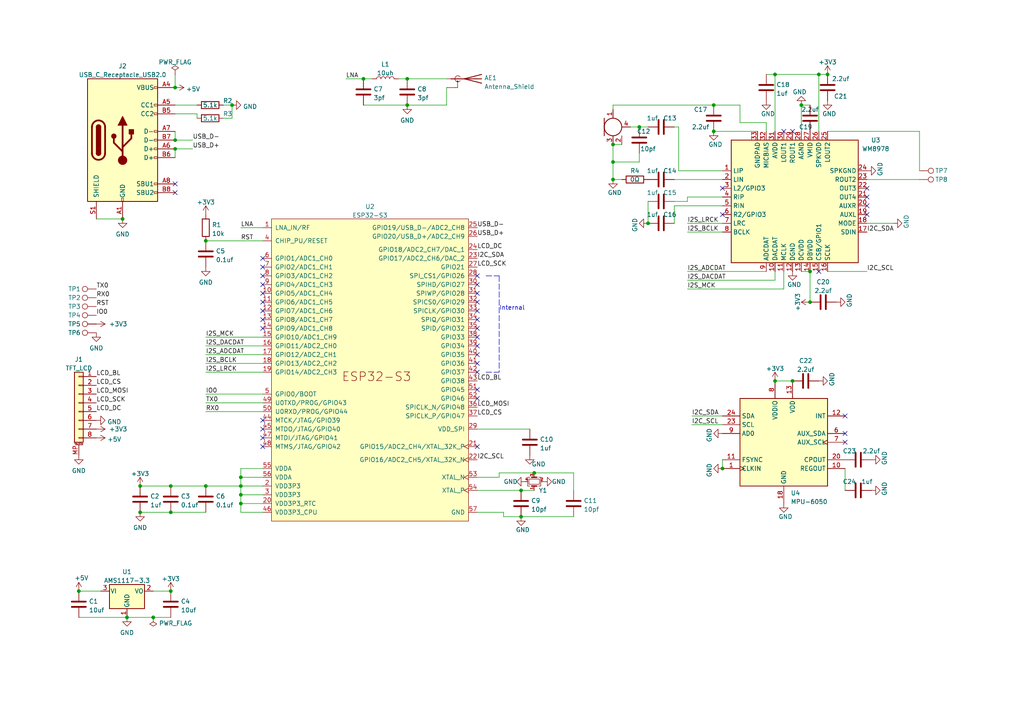
<source format=kicad_sch>
(kicad_sch (version 20211123) (generator eeschema)
  (paper "A4")
  (title_block (title "main-board") (date "2022-05-28") (rev "V1.0"))
  (lib_symbols
    (symbol "Connector:TestPoint" (pin_numbers hide) (pin_names (offset 0.762) hide)
      (property "Reference" "TP" (at 0 6.858 0))
      (property "Value" "TestPoint" (at 0 5.08 0))
      (symbol "TestPoint_0_1"
        (circle (center 0 3.302) (radius 0.762))
      )
      (symbol "TestPoint_1_1"
        (pin passive line (at 0 0 90) (length 2.54) (name "1") (number "1"))
      )
    )
    (symbol "Connector:USB_C_Receptacle_USB2.0" (pin_names (offset 1.016))
      (property "Reference" "J" (at -10.16 19.05 0))
      (property "Value" "USB_C_Receptacle_USB2.0" (at 19.05 19.05 0))
      (symbol "USB_C_Receptacle_USB2.0_0_0"
        (rectangle (start -0.254 -17.78) (end 0.254 -16.764))
        (rectangle (start 10.16 -14.986) (end 9.144 -15.494))
        (rectangle (start 10.16 -12.446) (end 9.144 -12.954))
        (rectangle (start 10.16 -4.826) (end 9.144 -5.334))
        (rectangle (start 10.16 -2.286) (end 9.144 -2.794))
        (rectangle (start 10.16 0.254) (end 9.144 -0.254))
        (rectangle (start 10.16 2.794) (end 9.144 2.286))
        (rectangle (start 10.16 7.874) (end 9.144 7.366))
        (rectangle (start 10.16 10.414) (end 9.144 9.906))
        (rectangle (start 10.16 15.494) (end 9.144 14.986))
      )
      (symbol "USB_C_Receptacle_USB2.0_0_1"
        (rectangle (start -10.16 17.78) (end 10.16 -17.78) (stroke (width 0.254)) (fill (type background)))
        (arc (start -8.89 -3.81) (mid -6.985 -5.715) (end -5.08 -3.81) (stroke (width 0.508)))
        (arc (start -7.62 -3.81) (mid -6.985 -4.445) (end -6.35 -3.81) (stroke (width 0.254)))
        (arc (start -7.62 -3.81) (mid -6.985 -4.445) (end -6.35 -3.81) (stroke (width 0.254)) (fill (type outline)))
        (rectangle (start -7.62 -3.81) (end -6.35 3.81) (stroke (width 0.254)) (fill (type outline)))
        (arc (start -6.35 3.81) (mid -6.985 4.445) (end -7.62 3.81) (stroke (width 0.254)))
        (arc (start -6.35 3.81) (mid -6.985 4.445) (end -7.62 3.81) (stroke (width 0.254)) (fill (type outline)))
        (arc (start -5.08 3.81) (mid -6.985 5.715) (end -8.89 3.81) (stroke (width 0.508)))
        (circle (center -2.54 1.143) (radius 0.635) (stroke (width 0.254)) (fill (type outline)))
        (circle (center 0 -5.842) (radius 1.27) (fill (type outline)))
        (polyline (pts (xy -8.89 -3.81) (xy -8.89 3.81)) (stroke (width 0.508)))
        (polyline (pts (xy -5.08 3.81) (xy -5.08 -3.81)) (stroke (width 0.508)))
        (polyline (pts (xy 0 -5.842) (xy 0 4.318)) (stroke (width 0.508)))
        (polyline (pts (xy 0 -3.302) (xy -2.54 -0.762) (xy -2.54 0.508)) (stroke (width 0.508)))
        (polyline (pts (xy 0 -2.032) (xy 2.54 0.508) (xy 2.54 1.778)) (stroke (width 0.508)))
        (polyline (pts (xy -1.27 4.318) (xy 0 6.858) (xy 1.27 4.318) (xy -1.27 4.318)) (stroke (width 0.254)) (fill (type outline)))
        (rectangle (start 1.905 1.778) (end 3.175 3.048) (stroke (width 0.254)) (fill (type outline)))
      )
      (symbol "USB_C_Receptacle_USB2.0_1_1"
        (pin passive line (at 0 -22.86 90) (length 5.08) (name "GND") (number "A1"))
        (pin passive line (at 0 -22.86 90) (length 5.08) hide (name "GND") (number "A12"))
        (pin passive line (at 15.24 15.24 180) (length 5.08) (name "VBUS") (number "A4"))
        (pin bidirectional line (at 15.24 10.16 180) (length 5.08) (name "CC1") (number "A5"))
        (pin bidirectional line (at 15.24 -2.54 180) (length 5.08) (name "D+") (number "A6"))
        (pin bidirectional line (at 15.24 2.54 180) (length 5.08) (name "D-") (number "A7"))
        (pin bidirectional line (at 15.24 -12.7 180) (length 5.08) (name "SBU1") (number "A8"))
        (pin passive line (at 15.24 15.24 180) (length 5.08) hide (name "VBUS") (number "A9"))
        (pin passive line (at 0 -22.86 90) (length 5.08) hide (name "GND") (number "B1"))
        (pin passive line (at 0 -22.86 90) (length 5.08) hide (name "GND") (number "B12"))
        (pin passive line (at 15.24 15.24 180) (length 5.08) hide (name "VBUS") (number "B4"))
        (pin bidirectional line (at 15.24 7.62 180) (length 5.08) (name "CC2") (number "B5"))
        (pin bidirectional line (at 15.24 -5.08 180) (length 5.08) (name "D+") (number "B6"))
        (pin bidirectional line (at 15.24 0 180) (length 5.08) (name "D-") (number "B7"))
        (pin bidirectional line (at 15.24 -15.24 180) (length 5.08) (name "SBU2") (number "B8"))
        (pin passive line (at 15.24 15.24 180) (length 5.08) hide (name "VBUS") (number "B9"))
        (pin passive line (at -7.62 -22.86 90) (length 5.08) (name "SHIELD") (number "S1"))
      )
    )
    (symbol "Connector_Generic_MountingPin:Conn_01x08_MountingPin" (pin_names (offset 1.016) hide)
      (property "Reference" "J" (at 0 10.16 0))
      (property "Value" "Conn_01x08_MountingPin" (at 1.27 -12.7 0))
      (symbol "Conn_01x08_MountingPin_1_1"
        (rectangle (start -1.27 -10.033) (end 0 -10.287) (stroke (width 0.1524)))
        (rectangle (start -1.27 -7.493) (end 0 -7.747) (stroke (width 0.1524)))
        (rectangle (start -1.27 -4.953) (end 0 -5.207) (stroke (width 0.1524)))
        (rectangle (start -1.27 -2.413) (end 0 -2.667) (stroke (width 0.1524)))
        (rectangle (start -1.27 0.127) (end 0 -0.127) (stroke (width 0.1524)))
        (rectangle (start -1.27 2.667) (end 0 2.413) (stroke (width 0.1524)))
        (rectangle (start -1.27 5.207) (end 0 4.953) (stroke (width 0.1524)))
        (rectangle (start -1.27 7.747) (end 0 7.493) (stroke (width 0.1524)))
        (rectangle (start -1.27 8.89) (end 1.27 -11.43) (stroke (width 0.254)) (fill (type background)))
        (polyline (pts (xy -1.016 -12.192) (xy 1.016 -12.192)) (stroke (width 0.1524)))
        (text "Mounting" (at 0 -11.811 0) (effects (font (size 0.381 0.381))))
        (pin passive line (at -5.08 7.62 0) (length 3.81) (name "Pin_1") (number "1"))
        (pin passive line (at -5.08 5.08 0) (length 3.81) (name "Pin_2") (number "2"))
        (pin passive line (at -5.08 2.54 0) (length 3.81) (name "Pin_3") (number "3"))
        (pin passive line (at -5.08 0 0) (length 3.81) (name "Pin_4") (number "4"))
        (pin passive line (at -5.08 -2.54 0) (length 3.81) (name "Pin_5") (number "5"))
        (pin passive line (at -5.08 -5.08 0) (length 3.81) (name "Pin_6") (number "6"))
        (pin passive line (at -5.08 -7.62 0) (length 3.81) (name "Pin_7") (number "7"))
        (pin passive line (at -5.08 -10.16 0) (length 3.81) (name "Pin_8") (number "8"))
        (pin passive line (at 0 -15.24 90) (length 3.048) (name "MountPin") (number "MP"))
      )
    )
    (symbol "Device:Antenna_Shield" (pin_numbers hide) (pin_names (offset 1.016) hide)
      (property "Reference" "AE" (at -1.905 4.445 0))
      (property "Value" "Antenna_Shield" (at -1.905 2.54 0))
      (symbol "Antenna_Shield_0_1"
        (arc (start -0.508 -1.143) (mid -0.8429 -2.1194) (end 0 -2.667))
        (arc (start 0 -2.667) (mid 0.7989 -2.1052) (end 0.508 -1.143))
        (polyline (pts (xy 0 -2.54) (xy 0 0)))
        (polyline (pts (xy 0 5.08) (xy 0 -3.81)) (stroke (width 0.254)))
        (polyline (pts (xy 0.762 -1.905) (xy 2.54 -1.905)))
        (polyline (pts (xy 2.54 -2.54) (xy 2.54 -1.905)))
        (polyline (pts (xy 1.27 5.08) (xy 0 0) (xy -1.27 5.08)) (stroke (width 0.254)))
        (circle (center 0.762 -1.905) (radius 0.1778) (fill (type outline)))
      )
      (symbol "Antenna_Shield_1_1"
        (pin input line (at 0 -5.08 90) (length 2.54) (name "A") (number "1"))
        (pin input line (at 2.54 -5.08 90) (length 2.54) (name "Shield") (number "2"))
      )
    )
    (symbol "Device:C" (pin_numbers hide) (pin_names (offset 0.254))
      (property "Reference" "C" (at 0.635 2.54 0))
      (property "Value" "C" (at 0.635 -2.54 0))
      (symbol "C_0_1"
        (polyline (pts (xy -2.032 -0.762) (xy 2.032 -0.762)) (stroke (width 0.508)))
        (polyline (pts (xy -2.032 0.762) (xy 2.032 0.762)) (stroke (width 0.508)))
      )
      (symbol "C_1_1"
        (pin passive line (at 0 3.81 270) (length 2.794) (name "~") (number "1"))
        (pin passive line (at 0 -3.81 90) (length 2.794) (name "~") (number "2"))
      )
    )
    (symbol "Device:Crystal_GND24_Small" (pin_names (offset 1.016) hide)
      (property "Reference" "Y" (at 1.27 4.445 0))
      (property "Value" "Crystal_GND24_Small" (at 1.27 2.54 0))
      (symbol "Crystal_GND24_Small_0_1"
        (rectangle (start -0.762 -1.524) (end 0.762 1.524))
        (polyline (pts (xy -1.27 -0.762) (xy -1.27 0.762)) (stroke (width 0.381)))
        (polyline (pts (xy 1.27 -0.762) (xy 1.27 0.762)) (stroke (width 0.381)))
        (polyline (pts (xy -1.27 -1.27) (xy -1.27 -1.905) (xy 1.27 -1.905) (xy 1.27 -1.27)))
        (polyline (pts (xy -1.27 1.27) (xy -1.27 1.905) (xy 1.27 1.905) (xy 1.27 1.27)))
      )
      (symbol "Crystal_GND24_Small_1_1"
        (pin passive line (at -2.54 0 0) (length 1.27) (name "1") (number "1"))
        (pin passive line (at 0 -2.54 90) (length 0.635) (name "2") (number "2"))
        (pin passive line (at 2.54 0 180) (length 1.27) (name "3") (number "3"))
        (pin passive line (at 0 2.54 270) (length 0.635) (name "4") (number "4"))
      )
    )
    (symbol "Device:L" (pin_numbers hide) (pin_names (offset 1.016) hide)
      (property "Reference" "L" (at -1.27 0 90))
      (property "Value" "L" (at 1.905 0 90))
      (symbol "L_0_1"
        (arc (start 0 -2.54) (mid 0.635 -1.905) (end 0 -1.27))
        (arc (start 0 -1.27) (mid 0.635 -0.635) (end 0 0))
        (arc (start 0 0) (mid 0.635 0.635) (end 0 1.27))
        (arc (start 0 1.27) (mid 0.635 1.905) (end 0 2.54))
      )
      (symbol "L_1_1"
        (pin passive line (at 0 3.81 270) (length 1.27) (name "1") (number "1"))
        (pin passive line (at 0 -3.81 90) (length 1.27) (name "2") (number "2"))
      )
    )
    (symbol "Device:R" (pin_numbers hide) (pin_names (offset 0))
      (property "Reference" "R" (at 2.032 0 90))
      (property "Value" "R" (at 0 0 90))
      (symbol "R_0_1"
        (rectangle (start -1.016 -2.54) (end 1.016 2.54) (stroke (width 0.254)))
      )
      (symbol "R_1_1"
        (pin passive line (at 0 3.81 270) (length 1.27) (name "~") (number "1"))
        (pin passive line (at 0 -3.81 90) (length 1.27) (name "~") (number "2"))
      )
    )
    (symbol "Espressif:ESP32-S3" (pin_names (offset 1.016))
      (property "Reference" "U" (at 0 46.99 0))
      (property "Value" "ESP32-S3" (at 0 -43.18 0))
      (symbol "ESP32-S3_0_0"
        (text "ESP32-S3" (at 1.27 0 0) (effects (font (size 2.54 2.54))))
        (pin bidirectional line (at 30.48 -8.89 180) (length 2.54) (name "SPICLK_N/GPIO48") (number "36"))
        (pin bidirectional line (at 30.48 -11.43 180) (length 2.54) (name "SPICLK_P/GPIO47") (number "37"))
      )
      (symbol "ESP32-S3_0_1"
        (rectangle (start -29.21 45.72) (end 27.94 -41.91) (fill (type background)))
      )
      (symbol "ESP32-S3_1_1"
        (pin bidirectional line (at -31.75 43.18 0) (length 2.54) (name "LNA_IN/RF") (number "1"))
        (pin bidirectional line (at -31.75 24.13 0) (length 2.54) (name "GPIO5/ADC1_CH4") (number "10"))
        (pin bidirectional line (at -31.75 21.59 0) (length 2.54) (name "GPIO6/ADC1_CH5") (number "11"))
        (pin bidirectional line (at -31.75 19.05 0) (length 2.54) (name "GPIO7/ADC1_CH6") (number "12"))
        (pin bidirectional line (at -31.75 16.51 0) (length 2.54) (name "GPIO8/ADC1_CH7") (number "13"))
        (pin bidirectional line (at -31.75 13.97 0) (length 2.54) (name "GPIO9/ADC1_CH8") (number "14"))
        (pin bidirectional line (at -31.75 11.43 0) (length 2.54) (name "GPIO10/ADC1_CH9") (number "15"))
        (pin bidirectional line (at -31.75 8.89 0) (length 2.54) (name "GPIO11/ADC2_CH0") (number "16"))
        (pin bidirectional line (at -31.75 6.35 0) (length 2.54) (name "GPIO12/ADC2_CH1") (number "17"))
        (pin bidirectional line (at -31.75 3.81 0) (length 2.54) (name "GPIO13/ADC2_CH2") (number "18"))
        (pin bidirectional line (at -31.75 1.27 0) (length 2.54) (name "GPIO14/ADC2_CH3") (number "19"))
        (pin power_in line (at -31.75 -31.75 0) (length 2.54) (name "VDD3P3") (number "2"))
        (pin power_in line (at -31.75 -36.83 0) (length 2.54) (name "VDD3P3_RTC") (number "20"))
        (pin input clock (at 30.48 -20.32 180) (length 2.54) (name "GPIO15/ADC2_CH4/XTAL_32K_P") (number "21"))
        (pin output clock (at 30.48 -24.13 180) (length 2.54) (name "GPIO16/ADC2_CH5/XTAL_32K_N") (number "22"))
        (pin bidirectional line (at 30.48 34.29 180) (length 2.54) (name "GPIO17/ADC2_CH6/DAC_2") (number "23"))
        (pin bidirectional line (at 30.48 36.83 180) (length 2.54) (name "GPIO18/ADC2_CH7/DAC_1") (number "24"))
        (pin bidirectional line (at 30.48 43.18 180) (length 2.54) (name "GPIO19/USB_D-/ADC2_CH8") (number "25"))
        (pin bidirectional line (at 30.48 40.64 180) (length 2.54) (name "GPIO20/USB_D+/ADC2_CH9") (number "26"))
        (pin bidirectional line (at 30.48 31.75 180) (length 2.54) (name "GPIO21") (number "27"))
        (pin bidirectional line (at 30.48 29.21 180) (length 2.54) (name "SPI_CS1/GPIO26") (number "28"))
        (pin power_out line (at 30.48 -15.24 180) (length 2.54) (name "VDD_SPI") (number "29"))
        (pin power_in line (at -31.75 -34.29 0) (length 2.54) (name "VDD3P3") (number "3"))
        (pin bidirectional line (at 30.48 26.67 180) (length 2.54) (name "SPIHD/GPIO27") (number "30"))
        (pin bidirectional line (at 30.48 24.13 180) (length 2.54) (name "SPIWP/GPIO28") (number "31"))
        (pin bidirectional line (at 30.48 21.59 180) (length 2.54) (name "SPICS0/GPIO29") (number "32"))
        (pin bidirectional line (at 30.48 19.05 180) (length 2.54) (name "SPICLK/GPIO30") (number "33"))
        (pin bidirectional line (at 30.48 16.51 180) (length 2.54) (name "SPIQ/GPIO31") (number "34"))
        (pin bidirectional line (at 30.48 13.97 180) (length 2.54) (name "SPID/GPIO32") (number "35"))
        (pin bidirectional line (at 30.48 11.43 180) (length 2.54) (name "GPIO33") (number "38"))
        (pin bidirectional line (at 30.48 8.89 180) (length 2.54) (name "GPIO34") (number "39"))
        (pin input line (at -31.75 39.37 0) (length 2.54) (name "CHIP_PU/RESET") (number "4"))
        (pin bidirectional line (at 30.48 6.35 180) (length 2.54) (name "GPIO35") (number "40"))
        (pin bidirectional line (at 30.48 3.81 180) (length 2.54) (name "GPIO36") (number "41"))
        (pin bidirectional line (at 30.48 1.27 180) (length 2.54) (name "GPIO37") (number "42"))
        (pin bidirectional line (at 30.48 -1.27 180) (length 2.54) (name "GPIO38") (number "43"))
        (pin bidirectional line (at -31.75 -12.7 0) (length 2.54) (name "MTCK/JTAG/GPIO39") (number "44"))
        (pin bidirectional line (at -31.75 -15.24 0) (length 2.54) (name "MTDO/JTAG/GPIO40") (number "45"))
        (pin power_in line (at -31.75 -39.37 0) (length 2.54) (name "VDD3P3_CPU") (number "46"))
        (pin bidirectional line (at -31.75 -17.78 0) (length 2.54) (name "MTDI/JTAG/GPIO41") (number "47"))
        (pin bidirectional line (at -31.75 -20.32 0) (length 2.54) (name "MTMS/JTAG/GPIO42") (number "48"))
        (pin bidirectional line (at -31.75 -7.62 0) (length 2.54) (name "U0TXD/PROG/GPIO43") (number "49"))
        (pin bidirectional line (at -31.75 -5.08 0) (length 2.54) (name "GPIO0/BOOT") (number "5"))
        (pin bidirectional line (at -31.75 -10.16 0) (length 2.54) (name "U0RXD/PROG/GPIO44") (number "50"))
        (pin bidirectional line (at 30.48 -3.81 180) (length 2.54) (name "GPIO45") (number "51"))
        (pin bidirectional line (at 30.48 -6.35 180) (length 2.54) (name "GPIO46") (number "52"))
        (pin input clock (at 30.48 -29.21 180) (length 2.54) (name "XTAL_N") (number "53"))
        (pin output clock (at 30.48 -33.02 180) (length 2.54) (name "XTAL_P") (number "54"))
        (pin power_in line (at -31.75 -26.67 0) (length 2.54) (name "VDDA") (number "55"))
        (pin power_in line (at -31.75 -29.21 0) (length 2.54) (name "VDDA") (number "56"))
        (pin power_in line (at 30.48 -39.37 180) (length 2.54) (name "GND") (number "57"))
        (pin bidirectional line (at -31.75 34.29 0) (length 2.54) (name "GPIO1/ADC1_CH0") (number "6"))
        (pin bidirectional line (at -31.75 31.75 0) (length 2.54) (name "GPIO2/ADC1_CH1") (number "7"))
        (pin bidirectional line (at -31.75 29.21 0) (length 2.54) (name "GPIO3/ADC1_CH2") (number "8"))
        (pin bidirectional line (at -31.75 26.67 0) (length 2.54) (name "GPIO4/ADC1_CH3") (number "9"))
      )
    )
    (symbol "Regulator_Linear:AMS1117-3.3" (pin_names (offset 0.254))
      (property "Reference" "U" (at -3.81 3.175 0))
      (property "Value" "AMS1117-3.3" (at 0 3.175 0))
      (symbol "AMS1117-3.3_0_1"
        (rectangle (start -5.08 -5.08) (end 5.08 1.905) (stroke (width 0.254)) (fill (type background)))
      )
      (symbol "AMS1117-3.3_1_1"
        (pin power_in line (at 0 -7.62 90) (length 2.54) (name "GND") (number "1"))
        (pin power_out line (at 7.62 0 180) (length 2.54) (name "VO") (number "2"))
        (pin power_in line (at -7.62 0 0) (length 2.54) (name "VI") (number "3"))
      )
    )
    (symbol "Sensor_Motion:MPU-6050"
      (property "Reference" "U" (at -11.43 13.97 0))
      (property "Value" "MPU-6050" (at 7.62 -13.97 0))
      (symbol "MPU-6050_0_1"
        (rectangle (start -12.7 12.7) (end 12.7 -12.7) (stroke (width 0.254)) (fill (type background)))
      )
      (symbol "MPU-6050_1_1"
        (pin input clock (at -17.78 -7.62 0) (length 5.08) (name "CLKIN") (number "1"))
        (pin passive line (at 17.78 -7.62 180) (length 5.08) (name "REGOUT") (number "10"))
        (pin input line (at -17.78 -5.08 0) (length 5.08) (name "FSYNC") (number "11"))
        (pin output line (at 17.78 7.62 180) (length 5.08) (name "INT") (number "12"))
        (pin power_in line (at 2.54 17.78 270) (length 5.08) (name "VDD") (number "13"))
        (pin power_in line (at 0 -17.78 90) (length 5.08) (name "GND") (number "18"))
        (pin passive line (at 17.78 -5.08 180) (length 5.08) (name "CPOUT") (number "20"))
        (pin input line (at -17.78 5.08 0) (length 5.08) (name "SCL") (number "23"))
        (pin bidirectional line (at -17.78 7.62 0) (length 5.08) (name "SDA") (number "24"))
        (pin bidirectional line (at 17.78 2.54 180) (length 5.08) (name "AUX_SDA") (number "6"))
        (pin output clock (at 17.78 0 180) (length 5.08) (name "AUX_SCL") (number "7"))
        (pin power_in line (at -2.54 17.78 270) (length 5.08) (name "VDDIO") (number "8"))
        (pin input line (at -17.78 2.54 0) (length 5.08) (name "AD0") (number "9"))
      )
    )
    (symbol "misc:Microphone_MEMS" (pin_names (offset 0.0254) hide)
      (property "Reference" "MK" (at -3.81 1.27 0))
      (property "Value" "Microphone_MEMS" (at -3.81 -0.635 0))
      (symbol "Microphone_MEMS_0_1"
        (polyline (pts (xy -2.54 2.54) (xy -2.54 -2.54)) (stroke (width 0.254)))
        (circle (center 0 0) (radius 2.54) (stroke (width 0.254)))
      )
      (symbol "Microphone_MEMS_1_1"
        (pin power_in line (at 0 5.08 270) (length 2.54) (name "VDD") (number "1"))
        (pin power_in line (at 2.54 -5.08 90) (length 2.54) (name "GND") (number "2"))
        (pin power_in line (at 0 -5.08 90) (length 2.54) (name "GND") (number "3"))
        (pin output line (at 5.08 0 180) (length 2.54) (name "OUT") (number "4"))
      )
    )
    (symbol "misc:WM8978"
      (property "Reference" "U" (at -5.715 7.62 0))
      (property "Value" "WM8978" (at 12.7 -9.525 0))
      (symbol "WM8978_0_1"
        (rectangle (start -6.35 6.35) (end 30.48 -29.21) (stroke (width 0.254)) (fill (type background)))
      )
      (symbol "WM8978_1_1"
        (pin input line (at -8.89 -2.54 0) (length 2.54) (name "LIP") (number "1"))
        (pin output line (at 6.35 -31.75 90) (length 2.54) (name "DACDAT") (number "10"))
        (pin input line (at 8.89 -31.75 90) (length 2.54) (name "MCLK") (number "11"))
        (pin power_in line (at 11.43 -31.75 90) (length 2.54) (name "DGND") (number "12"))
        (pin power_in line (at 13.97 -31.75 90) (length 2.54) (name "DCVDD") (number "13"))
        (pin power_in line (at 16.51 -31.75 90) (length 2.54) (name "DBVDD") (number "14"))
        (pin bidirectional line (at 19.05 -31.75 90) (length 2.54) (name "CSB/GPIO1") (number "15"))
        (pin input line (at 21.59 -31.75 90) (length 2.54) (name "SCLK") (number "16"))
        (pin input line (at 33.02 -20.32 180) (length 2.54) (name "SDIN") (number "17"))
        (pin input line (at 33.02 -17.78 180) (length 2.54) (name "MODE") (number "18"))
        (pin input line (at 33.02 -15.24 180) (length 2.54) (name "AUXL") (number "19"))
        (pin input line (at -8.89 -5.08 0) (length 2.54) (name "LIN") (number "2"))
        (pin input line (at 33.02 -12.7 180) (length 2.54) (name "AUXR") (number "20"))
        (pin output line (at 33.02 -10.16 180) (length 2.54) (name "OUT4") (number "21"))
        (pin output line (at 33.02 -7.62 180) (length 2.54) (name "OUT3") (number "22"))
        (pin output line (at 33.02 -5.08 180) (length 2.54) (name "ROUT2") (number "23"))
        (pin power_in line (at 33.02 -2.54 180) (length 2.54) (name "SPKGND") (number "24"))
        (pin output line (at 21.59 8.89 270) (length 2.54) (name "LOUT2") (number "25"))
        (pin power_in line (at 19.05 8.89 270) (length 2.54) (name "SPKVDD") (number "26"))
        (pin power_out line (at 16.51 8.89 270) (length 2.54) (name "VMID") (number "27"))
        (pin power_in line (at 13.97 8.89 270) (length 2.54) (name "AGND") (number "28"))
        (pin output line (at 11.43 8.89 270) (length 2.54) (name "ROUT1") (number "29"))
        (pin bidirectional line (at -8.89 -7.62 0) (length 2.54) (name "L2/GPIO3") (number "3"))
        (pin output line (at 8.89 8.89 270) (length 2.54) (name "LOUT1") (number "30"))
        (pin power_in line (at 6.35 8.89 270) (length 2.54) (name "AVDD") (number "31"))
        (pin power_out line (at 3.81 8.89 270) (length 2.54) (name "MICBIAS") (number "32"))
        (pin power_in line (at 1.27 8.89 270) (length 2.54) (name "GNDPAD") (number "33"))
        (pin input line (at -8.89 -10.16 0) (length 2.54) (name "RIP") (number "4"))
        (pin input line (at -8.89 -12.7 0) (length 2.54) (name "RIN") (number "5"))
        (pin bidirectional line (at -8.89 -15.24 0) (length 2.54) (name "R2/GPIO3") (number "6"))
        (pin input line (at -8.89 -17.78 0) (length 2.54) (name "LRC") (number "7"))
        (pin input line (at -8.89 -20.32 0) (length 2.54) (name "BCLK") (number "8"))
        (pin input line (at 3.81 -31.75 90) (length 2.54) (name "ADCDAT") (number "9"))
      )
    )
    (symbol "power:+3.3V" (power) (pin_names (offset 0))
      (property "Value" "+3.3V" (at 0 3.556 0))
      (symbol "+3.3V_0_1"
        (polyline (pts (xy -0.762 1.27) (xy 0 2.54)))
        (polyline (pts (xy 0 0) (xy 0 2.54)))
        (polyline (pts (xy 0 2.54) (xy 0.762 1.27)))
      )
      (symbol "+3.3V_1_1"
        (pin power_in line (at 0 0 90) (length 0) hide (name "+3V3") (number "1"))
      )
    )
    (symbol "power:+5V" (power) (pin_names (offset 0))
      (property "Value" "+5V" (at 0 3.556 0))
      (symbol "+5V_0_1"
        (polyline (pts (xy -0.762 1.27) (xy 0 2.54)))
        (polyline (pts (xy 0 0) (xy 0 2.54)))
        (polyline (pts (xy 0 2.54) (xy 0.762 1.27)))
      )
      (symbol "+5V_1_1"
        (pin power_in line (at 0 0 90) (length 0) hide (name "+5V") (number "1"))
      )
    )
    (symbol "power:GND" (power) (pin_names (offset 0))
      (property "Value" "GND" (at 0 -3.81 0))
      (symbol "GND_0_1"
        (polyline (pts (xy 0 0) (xy 0 -1.27) (xy 1.27 -1.27) (xy 0 -2.54) (xy -1.27 -1.27) (xy 0 -1.27)))
      )
      (symbol "GND_1_1"
        (pin power_in line (at 0 0 270) (length 0) hide (name "GND") (number "1"))
      )
    )
    (symbol "power:PWR_FLAG" (power) (pin_numbers hide) (pin_names (offset 0) hide)
      (property "Value" "PWR_FLAG" (at 0 3.81 0))
      (symbol "PWR_FLAG_0_0"
        (pin power_out line (at 0 0 90) (length 0) (name "pwr") (number "1"))
      )
      (symbol "PWR_FLAG_0_1"
        (polyline (pts (xy 0 0) (xy 0 1.27) (xy -1.016 1.905) (xy 0 2.54) (xy 1.016 1.905) (xy 0 1.27)))
      )
    )
  )
  (junction (at 185.42 36.83))
  (junction (at 234.95 87.63))
  (junction (at 207.01 38.1))
  (junction (at 118.11 30.48))
  (junction (at 50.8 43.18))
  (junction (at 59.69 140.97))
  (junction (at 40.64 148.59))
  (junction (at 224.79 21.59))
  (junction (at 232.41 30.48))
  (junction (at 151.13 142.24))
  (junction (at 69.85 138.43))
  (junction (at 118.11 22.86))
  (junction (at 22.86 171.45))
  (junction (at 177.8 52.07))
  (junction (at 59.69 69.85))
  (junction (at 49.53 171.45))
  (junction (at 36.83 179.07))
  (junction (at 69.85 143.51))
  (junction (at 49.53 148.59))
  (junction (at 177.8 41.91))
  (junction (at 49.53 140.97))
  (junction (at 187.96 64.77))
  (junction (at 69.85 140.97))
  (junction (at 67.31 30.48))
  (junction (at 50.8 25.4))
  (junction (at 224.79 110.49))
  (junction (at 35.56 63.5))
  (junction (at 207.01 30.48))
  (junction (at 229.87 110.49))
  (junction (at 69.85 146.05))
  (junction (at 40.64 140.97))
  (junction (at 154.94 137.16))
  (junction (at 234.95 78.74))
  (junction (at 50.8 40.64))
  (junction (at 105.41 22.86))
  (junction (at 209.55 135.89))
  (junction (at 240.03 21.59))
  (junction (at 44.45 179.07))
  (junction (at 237.49 21.59))
  (junction (at 151.13 149.86))
  (junction (at 177.8 46.99))
  (no_connect (at 209.55 54.61))
  (no_connect (at 209.55 62.23))
  (no_connect (at 251.46 57.15))
  (no_connect (at 251.46 59.69))
  (no_connect (at 251.46 62.23))
  (no_connect (at 251.46 54.61))
  (no_connect (at 50.8 53.34))
  (no_connect (at 50.8 55.88))
  (no_connect (at 76.2 92.71))
  (no_connect (at 76.2 95.25))
  (no_connect (at 138.43 115.57))
  (no_connect (at 138.43 113.03))
  (no_connect (at 138.43 97.79))
  (no_connect (at 138.43 100.33))
  (no_connect (at 138.43 102.87))
  (no_connect (at 138.43 105.41))
  (no_connect (at 138.43 107.95))
  (no_connect (at 245.11 125.73))
  (no_connect (at 245.11 120.65))
  (no_connect (at 245.11 128.27))
  (no_connect (at 76.2 121.92))
  (no_connect (at 76.2 124.46))
  (no_connect (at 76.2 127))
  (no_connect (at 76.2 129.54))
  (no_connect (at 237.49 78.74))
  (no_connect (at 138.43 80.01))
  (no_connect (at 138.43 85.09))
  (no_connect (at 138.43 87.63))
  (no_connect (at 138.43 90.17))
  (no_connect (at 138.43 92.71))
  (no_connect (at 138.43 95.25))
  (no_connect (at 138.43 82.55))
  (no_connect (at 227.33 38.1))
  (no_connect (at 229.87 38.1))
  (no_connect (at 138.43 129.54))
  (no_connect (at 76.2 90.17))
  (no_connect (at 76.2 80.01))
  (no_connect (at 76.2 82.55))
  (no_connect (at 76.2 85.09))
  (no_connect (at 76.2 87.63))
  (no_connect (at 76.2 74.93))
  (no_connect (at 76.2 77.47))
  (wire (pts (xy 59.69 107.95) (xy 76.2 107.95)))
  (wire (pts (xy 177.8 30.48) (xy 177.8 31.75)))
  (wire (pts (xy 64.77 30.48) (xy 67.31 30.48)))
  (wire (pts (xy 199.39 83.82) (xy 227.33 83.82)))
  (wire (pts (xy 224.79 78.74) (xy 224.79 81.28)))
  (wire (pts (xy 166.37 137.16) (xy 154.94 137.16)))
  (wire (pts (xy 185.42 36.83) (xy 187.96 36.83)))
  (wire (pts (xy 49.53 148.59) (xy 59.69 148.59)))
  (wire (pts (xy 266.7 49.53) (xy 266.7 38.1)))
  (wire (pts (xy 214.63 35.56) (xy 214.63 30.48)))
  (wire (pts (xy 27.94 63.5) (xy 35.56 63.5)))
  (wire (pts (xy 245.11 135.89) (xy 245.11 142.24)))
  (wire (pts (xy 207.01 38.1) (xy 219.71 38.1)))
  (wire (pts (xy 44.45 171.45) (xy 49.53 171.45)))
  (wire (pts (xy 177.8 41.91) (xy 177.8 46.99)))
  (wire (pts (xy 100.33 22.86) (xy 105.41 22.86)))
  (wire (pts (xy 196.85 49.53) (xy 196.85 36.83)))
  (wire (pts (xy 209.55 133.35) (xy 209.55 135.89)))
  (wire (pts (xy 129.54 30.48) (xy 118.11 30.48)))
  (wire (pts (xy 166.37 142.24) (xy 166.37 137.16)))
  (wire (pts (xy 36.83 179.07) (xy 44.45 179.07)))
  (wire (pts (xy 251.46 64.77) (xy 259.08 64.77)))
  (wire (pts (xy 76.2 135.89) (xy 69.85 135.89)))
  (wire (pts (xy 209.55 59.69) (xy 195.58 59.69)))
  (polyline (pts (xy 140.97 80.01) (xy 144.78 80.01)))
  (wire (pts (xy 69.85 140.97) (xy 76.2 140.97)))
  (wire (pts (xy 49.53 140.97) (xy 59.69 140.97)))
  (wire (pts (xy 237.49 21.59) (xy 237.49 38.1)))
  (wire (pts (xy 182.88 36.83) (xy 185.42 36.83)))
  (wire (pts (xy 59.69 69.85) (xy 76.2 69.85)))
  (wire (pts (xy 199.39 64.77) (xy 209.55 64.77)))
  (wire (pts (xy 129.54 25.4) (xy 129.54 30.48)))
  (wire (pts (xy 177.8 41.91) (xy 180.34 41.91)))
  (wire (pts (xy 199.39 57.15) (xy 209.55 57.15)))
  (wire (pts (xy 50.8 38.1) (xy 50.8 40.64)))
  (wire (pts (xy 200.66 123.19) (xy 209.55 123.19)))
  (wire (pts (xy 195.58 52.07) (xy 209.55 52.07)))
  (wire (pts (xy 50.8 43.18) (xy 50.8 45.72)))
  (wire (pts (xy 222.25 35.56) (xy 214.63 35.56)))
  (wire (pts (xy 59.69 119.38) (xy 76.2 119.38)))
  (wire (pts (xy 59.69 102.87) (xy 76.2 102.87)))
  (wire (pts (xy 138.43 148.59) (xy 146.05 148.59)))
  (wire (pts (xy 105.41 22.86) (xy 107.95 22.86)))
  (wire (pts (xy 69.85 146.05) (xy 76.2 146.05)))
  (wire (pts (xy 50.8 33.02) (xy 57.15 33.02)))
  (wire (pts (xy 195.58 58.42) (xy 199.39 58.42)))
  (wire (pts (xy 232.41 30.48) (xy 234.95 30.48)))
  (wire (pts (xy 146.05 148.59) (xy 146.05 149.86)))
  (wire (pts (xy 227.33 78.74) (xy 227.33 83.82)))
  (wire (pts (xy 50.8 43.18) (xy 55.88 43.18)))
  (wire (pts (xy 144.78 138.43) (xy 144.78 137.16)))
  (wire (pts (xy 200.66 120.65) (xy 209.55 120.65)))
  (wire (pts (xy 59.69 116.84) (xy 76.2 116.84)))
  (polyline (pts (xy 144.78 80.01) (xy 144.78 107.95)))
  (wire (pts (xy 69.85 140.97) (xy 69.85 143.51)))
  (wire (pts (xy 76.2 148.59) (xy 69.85 148.59)))
  (wire (pts (xy 224.79 38.1) (xy 224.79 21.59)))
  (wire (pts (xy 177.8 46.99) (xy 177.8 52.07)))
  (wire (pts (xy 266.7 38.1) (xy 240.03 38.1)))
  (wire (pts (xy 151.13 142.24) (xy 154.94 142.24)))
  (wire (pts (xy 224.79 81.28) (xy 199.39 81.28)))
  (wire (pts (xy 224.79 21.59) (xy 237.49 21.59)))
  (polyline (pts (xy 140.97 107.95) (xy 144.78 107.95)))
  (wire (pts (xy 50.8 30.48) (xy 57.15 30.48)))
  (wire (pts (xy 105.41 30.48) (xy 118.11 30.48)))
  (wire (pts (xy 40.64 148.59) (xy 49.53 148.59)))
  (wire (pts (xy 222.25 21.59) (xy 224.79 21.59)))
  (wire (pts (xy 177.8 52.07) (xy 180.34 52.07)))
  (wire (pts (xy 59.69 140.97) (xy 69.85 140.97)))
  (wire (pts (xy 151.13 149.86) (xy 166.37 149.86)))
  (wire (pts (xy 222.25 38.1) (xy 222.25 35.56)))
  (wire (pts (xy 22.86 179.07) (xy 36.83 179.07)))
  (wire (pts (xy 69.85 148.59) (xy 69.85 146.05)))
  (wire (pts (xy 118.11 22.86) (xy 129.54 22.86)))
  (wire (pts (xy 146.05 149.86) (xy 151.13 149.86)))
  (wire (pts (xy 177.8 30.48) (xy 207.01 30.48)))
  (wire (pts (xy 44.45 179.07) (xy 49.53 179.07)))
  (wire (pts (xy 115.57 22.86) (xy 118.11 22.86)))
  (wire (pts (xy 57.15 33.02) (xy 57.15 34.29)))
  (wire (pts (xy 67.31 34.29) (xy 67.31 30.48)))
  (wire (pts (xy 50.8 40.64) (xy 55.88 40.64)))
  (wire (pts (xy 138.43 138.43) (xy 144.78 138.43)))
  (wire (pts (xy 59.69 97.79) (xy 76.2 97.79)))
  (wire (pts (xy 187.96 58.42) (xy 187.96 64.77)))
  (wire (pts (xy 144.78 137.16) (xy 154.94 137.16)))
  (wire (pts (xy 69.85 66.04) (xy 76.2 66.04)))
  (wire (pts (xy 240.03 78.74) (xy 251.46 78.74)))
  (wire (pts (xy 50.8 21.59) (xy 50.8 25.4)))
  (wire (pts (xy 195.58 59.69) (xy 195.58 64.77)))
  (wire (pts (xy 76.2 143.51) (xy 69.85 143.51)))
  (wire (pts (xy 199.39 67.31) (xy 209.55 67.31)))
  (wire (pts (xy 196.85 36.83) (xy 195.58 36.83)))
  (wire (pts (xy 199.39 78.74) (xy 222.25 78.74)))
  (wire (pts (xy 40.64 140.97) (xy 49.53 140.97)))
  (wire (pts (xy 59.69 114.3) (xy 76.2 114.3)))
  (wire (pts (xy 69.85 138.43) (xy 76.2 138.43)))
  (wire (pts (xy 224.79 110.49) (xy 229.87 110.49)))
  (wire (pts (xy 234.95 78.74) (xy 234.95 87.63)))
  (wire (pts (xy 69.85 138.43) (xy 69.85 140.97)))
  (wire (pts (xy 251.46 52.07) (xy 266.7 52.07)))
  (wire (pts (xy 138.43 124.46) (xy 153.67 124.46)))
  (wire (pts (xy 185.42 46.99) (xy 177.8 46.99)))
  (wire (pts (xy 22.86 171.45) (xy 29.21 171.45)))
  (wire (pts (xy 237.49 21.59) (xy 240.03 21.59)))
  (wire (pts (xy 214.63 30.48) (xy 207.01 30.48)))
  (wire (pts (xy 59.69 105.41) (xy 76.2 105.41)))
  (wire (pts (xy 69.85 146.05) (xy 69.85 143.51)))
  (wire (pts (xy 64.77 34.29) (xy 67.31 34.29)))
  (wire (pts (xy 59.69 100.33) (xy 76.2 100.33)))
  (wire (pts (xy 232.41 78.74) (xy 234.95 78.74)))
  (wire (pts (xy 232.41 30.48) (xy 232.41 38.1)))
  (wire (pts (xy 185.42 44.45) (xy 185.42 46.99)))
  (wire (pts (xy 138.43 142.24) (xy 151.13 142.24)))
  (wire (pts (xy 199.39 58.42) (xy 199.39 57.15)))
  (wire (pts (xy 69.85 135.89) (xy 69.85 138.43)))
  (wire (pts (xy 209.55 49.53) (xy 196.85 49.53)))
  (text "Internal" (at 144.78 90.17 0) (effects (font (size 1.27 1.27)) (justify left bottom)))
  (label "I2C_SCL" (at 200.66 123.19 0))
  (label "USB_D+" (at 55.88 43.18 0))
  (label "USB_D+" (at 138.43 68.58 0))
  (label "I2S_BCLK" (at 59.69 105.41 0))
  (label "TX0" (at 27.94 83.82 0))
  (label "I2C_SCL" (at 138.43 133.35 0))
  (label "LCD_SCK" (at 138.43 77.47 0))
  (label "IO0" (at 59.69 114.3 0))
  (label "RST" (at 27.94 88.9 0))
  (label "RST" (at 69.85 69.85 0))
  (label "LCD_MOSI" (at 27.94 114.3 0))
  (label "LNA" (at 69.85 66.04 0))
  (label "I2S_LRCK" (at 199.39 64.77 0))
  (label "LCD_MOSI" (at 138.43 118.11 0))
  (label "RX0" (at 27.94 86.36 0))
  (label "I2S_ADCDAT" (at 59.69 102.87 0))
  (label "USB_D-" (at 55.88 40.64 0))
  (label "USB_D-" (at 138.43 66.04 0))
  (label "I2S_BCLK" (at 199.39 67.31 0))
  (label "I2C_SDA" (at 251.46 67.31 0))
  (label "LCD_CS" (at 27.94 111.76 0))
  (label "LCD_SCK" (at 27.94 116.84 0))
  (label "IO0" (at 27.94 91.44 0))
  (label "I2S_LRCK" (at 59.69 107.95 0))
  (label "LCD_DC" (at 138.43 72.39 0))
  (label "LCD_DC" (at 27.94 119.38 0))
  (label "I2S_DACDAT" (at 59.69 100.33 0))
  (label "I2C_SDA" (at 138.43 74.93 0))
  (label "I2S_ADCDAT" (at 199.39 78.74 0))
  (label "I2S_MCK" (at 199.39 83.82 0))
  (label "TX0" (at 59.69 116.84 0))
  (label "I2C_SCL" (at 251.46 78.74 0))
  (label "I2C_SDA" (at 200.66 120.65 0))
  (label "LCD_CS" (at 138.43 120.65 0))
  (label "I2S_DACDAT" (at 199.39 81.28 0))
  (label "LCD_BL" (at 138.43 110.49 0))
  (label "I2S_MCK" (at 59.69 97.79 0))
  (label "LNA" (at 100.33 22.86 0))
  (label "RX0" (at 59.69 119.38 0))
  (label "LCD_BL" (at 27.94 109.22 0))
  (symbol (lib_id "power:GND") (at 27.94 121.92 90) (unit 1)
    (property "Reference" "#PWR0133" (effects hide))
    (property "Value" "GND" (at 31.115 122.3538 90) (effects (justify right)))
  )
  (symbol (lib_id "Connector:TestPoint") (at 27.94 96.52 90) (unit 1)
    (property "Reference" "TP6" (at 21.59 96.52 90))
    (property "Value" "TestPoint" (effects hide))
    (property "Footprint" "TestPoint:TestPoint_Pad_D1.0mm" (effects hide))
  )
  (symbol (lib_id "power:GND") (at 209.55 125.73 270) (unit 1)
    (property "Reference" "#PWR0137" (effects hide))
    (property "Value" "GND" (at 205.74 128.27 0) (effects (justify right)))
  )
  (symbol (lib_id "power:GND") (at 153.67 132.08 0) (unit 1)
    (property "Reference" "#PWR0129" (effects hide))
    (property "Value" "GND" (at 156.21 134.62 0))
  )
  (symbol (lib_id "Connector_Generic_MountingPin:Conn_01x08_MountingPin") (at 22.86 116.84 0) (mirror y) (unit 1)
    (property "Reference" "J1" (at 22.86 104.2502 0))
    (property "Value" "TFT_LCD" (at 22.86 106.7871 0))
    (property "Footprint" "Connector_FFC-FPC:TE_0-1734839-8_1x08-1MP_P0.5mm_Horizontal" (effects hide))
  )
  (symbol (lib_id "Device:C") (at 59.69 73.66 0) (unit 1)
    (property "Reference" "C5" (at 62.611 72.8253 0) (effects (justify left)))
    (property "Value" "0.1uf" (at 62.611 75.3622 0) (effects (justify left)))
    (property "Footprint" "Capacitor_SMD:C_0402_1005Metric" (effects hide))
  )
  (symbol (lib_id "power:GND") (at 67.31 30.48 90) (unit 1)
    (property "Reference" "#PWR0123" (effects hide))
    (property "Value" "GND" (at 70.485 30.9138 90) (effects (justify right)))
  )
  (symbol (lib_id "power:+3.3V") (at 27.94 93.98 270) (unit 1)
    (property "Reference" "#PWR0118" (effects hide))
    (property "Value" "+3.3V" (at 34.29 93.98 90))
  )
  (symbol (lib_id "Device:C") (at 118.11 26.67 0) (unit 1)
    (property "Reference" "C8" (at 121.031 25.8353 0) (effects (justify left)))
    (property "Value" "3pf" (at 121.031 28.3722 0) (effects (justify left)))
    (property "Footprint" "Capacitor_SMD:C_0402_1005Metric" (effects hide))
  )
  (symbol (lib_id "Device:C") (at 105.41 26.67 0) (unit 1)
    (property "Reference" "C7" (at 108.331 25.8353 0) (effects (justify left)))
    (property "Value" "3pf" (at 108.331 28.3722 0) (effects (justify left)))
    (property "Footprint" "Capacitor_SMD:C_0402_1005Metric" (effects hide))
  )
  (symbol (lib_id "Regulator_Linear:AMS1117-3.3") (at 36.83 171.45 0) (unit 1)
    (property "Reference" "U1" (at 36.83 165.8452 0))
    (property "Value" "AMS1117-3.3" (at 36.83 168.3821 0))
    (property "Footprint" "Package_TO_SOT_SMD:SOT-223-3_TabPin2" (effects hide))
    (property "Datasheet" "http://www.advanced-monolithic.com/pdf/ds1117.pdf" (effects hide))
  )
  (symbol (lib_id "Device:C") (at 22.86 175.26 0) (unit 1)
    (property "Reference" "C1" (at 25.781 174.4253 0) (effects (justify left)))
    (property "Value" "10uf" (at 25.781 176.9622 0) (effects (justify left)))
    (property "Footprint" "Capacitor_SMD:C_0603_1608Metric" (effects hide))
  )
  (symbol (lib_id "power:GND") (at 22.86 132.08 0) (unit 1)
    (property "Reference" "#PWR0120" (effects hide))
    (property "Value" "GND" (at 22.86 136.5234 0))
  )
  (symbol (lib_id "Device:C") (at 59.69 144.78 0) (unit 1)
    (property "Reference" "C6" (at 62.611 143.9453 0) (effects (justify left)))
    (property "Value" "0.1uf" (at 62.611 146.4822 0) (effects (justify left)))
    (property "Footprint" "Capacitor_SMD:C_0402_1005Metric" (effects hide))
  )
  (symbol (lib_id "Device:Antenna_Shield") (at 134.62 22.86 270) (unit 1)
    (property "Reference" "AE1" (at 140.462 22.5968 90) (effects (justify left)))
    (property "Value" "Antenna_Shield" (at 140.462 25.1337 90) (effects (justify left)))
    (property "Footprint" "RF_Antenna:Texas_SWRA117D_2.4GHz_Left" (effects hide))
  )
  (symbol (lib_id "Device:C") (at 191.77 36.83 90) (unit 1)
    (property "Reference" "C13" (at 194.31 34.29 90))
    (property "Value" "1uf" (at 189.23 34.29 90))
    (property "Footprint" "Capacitor_SMD:C_0402_1005Metric" (effects hide))
  )
  (symbol (lib_id "power:GND") (at 251.46 49.53 90) (unit 1)
    (property "Reference" "#PWR0114" (effects hide))
    (property "Value" "GND" (at 255.27 46.99 0) (effects (justify right)))
  )
  (symbol (lib_id "power:GND") (at 35.56 63.5 0) (unit 1)
    (property "Reference" "#PWR0127" (effects hide))
    (property "Value" "GND" (at 35.56 67.9434 0))
  )
  (symbol (lib_id "Connector:USB_C_Receptacle_USB2.0") (at 35.56 40.64 0) (unit 1)
    (property "Reference" "J2" (at 35.56 19.1602 0))
    (property "Value" "USB_C_Receptacle_USB2.0" (at 35.56 21.6971 0))
    (property "Footprint" "Connector_USB:USB_C_Receptacle_HRO_TYPE-C-31-M-12" (effects hide))
    (property "Datasheet" "https://www.usb.org/sites/default/files/documents/usb_type-c.zip" (effects hide))
  )
  (symbol (lib_id "Device:C") (at 191.77 64.77 90) (unit 1)
    (property "Reference" "C16" (at 194.31 62.23 90))
    (property "Value" "1uf" (at 189.23 62.23 90))
    (property "Footprint" "Capacitor_SMD:C_0402_1005Metric" (effects hide))
  )
  (symbol (lib_id "power:GND") (at 59.69 77.47 0) (unit 1)
    (property "Reference" "#PWR0126" (effects hide))
    (property "Value" "GND" (at 59.69 81.9134 0))
  )
  (symbol (lib_id "Device:C") (at 234.95 34.29 180) (unit 1)
    (property "Reference" "C19" (at 233.68 36.83 0))
    (property "Value" "2.2uf" (at 234.95 31.75 0))
    (property "Footprint" "Capacitor_SMD:C_0402_1005Metric" (effects hide))
  )
  (symbol (lib_id "power:GND") (at 227.33 146.05 0) (unit 1)
    (property "Reference" "#PWR0138" (effects hide))
    (property "Value" "GND" (at 229.87 149.86 0) (effects (justify right)))
  )
  (symbol (lib_id "power:PWR_FLAG") (at 44.45 179.07 180) (unit 1)
    (property "Reference" "#FLG0103" (effects hide))
    (property "Value" "PWR_FLAG" (at 46.101 180.7738 0) (effects (justify right)))
  )
  (symbol (lib_id "power:GND") (at 232.41 30.48 180) (unit 1)
    (property "Reference" "#PWR0110" (effects hide))
    (property "Value" "GND" (at 229.87 26.67 0) (effects (justify right)))
  )
  (symbol (lib_id "Device:C") (at 151.13 146.05 0) (unit 1)
    (property "Reference" "C9" (at 154.051 145.2153 0) (effects (justify left)))
    (property "Value" "10pf" (at 154.051 147.7522 0) (effects (justify left)))
    (property "Footprint" "Capacitor_SMD:C_0402_1005Metric" (effects hide))
  )
  (symbol (lib_id "Device:C") (at 240.03 25.4 180) (unit 1)
    (property "Reference" "C21" (at 243.84 27.94 0))
    (property "Value" "2.2uf" (at 243.84 22.86 0))
    (property "Footprint" "Capacitor_SMD:C_0402_1005Metric" (effects hide))
  )
  (symbol (lib_id "power:GND") (at 209.55 135.89 270) (unit 1)
    (property "Reference" "#PWR0136" (effects hide))
    (property "Value" "GND" (at 205.74 138.43 0) (effects (justify right)))
  )
  (symbol (lib_id "power:+3.3V") (at 27.94 124.46 270) (unit 1)
    (property "Reference" "#PWR0122" (effects hide))
    (property "Value" "+3.3V" (at 34.29 124.46 90))
  )
  (symbol (lib_id "Connector:TestPoint") (at 27.94 86.36 90) (unit 1)
    (property "Reference" "TP2" (at 21.59 86.36 90))
    (property "Value" "TestPoint" (effects hide))
    (property "Footprint" "TestPoint:TestPoint_Pad_D1.0mm" (effects hide))
  )
  (symbol (lib_id "power:+3.3V") (at 59.69 62.23 0) (unit 1)
    (property "Reference" "#PWR0125" (effects hide))
    (property "Value" "+3.3V" (at 59.69 58.6542 0))
  )
  (symbol (lib_id "Device:R") (at 60.96 34.29 90) (unit 1)
    (property "Reference" "R3" (at 66.04 33.02 90))
    (property "Value" "5.1k" (at 60.96 34.29 90))
    (property "Footprint" "Resistor_SMD:R_0402_1005Metric" (effects hide))
  )
  (symbol (lib_id "power:+3.3V") (at 40.64 140.97 0) (unit 1)
    (property "Reference" "#PWR0121" (effects hide))
    (property "Value" "+3.3V" (at 40.64 137.3942 0))
  )
  (symbol (lib_id "Device:C") (at 166.37 146.05 0) (unit 1)
    (property "Reference" "C11" (at 169.291 145.2153 0) (effects (justify left)))
    (property "Value" "10pf" (at 169.291 147.7522 0) (effects (justify left)))
    (property "Footprint" "Capacitor_SMD:C_0402_1005Metric" (effects hide))
  )
  (symbol (lib_id "misc:Microphone_MEMS") (at 177.8 36.83 0) (unit 1)
    (property "Reference" "MK1" (at 174.498 37.2638 0) (effects (justify right)))
    (property "Value" "Microphone_MEMS" (effects hide))
    (property "Footprint" "misc:MEMS_MIC_2.75x1.85x0.9mm" (effects hide))
    (property "Reference" "MK1" (effects hide))
    (property "Value" "Microphone_MEMS" (effects hide))
  )
  (symbol (lib_id "power:GND") (at 237.49 110.49 90) (unit 1)
    (property "Reference" "#PWR0135" (effects hide))
    (property "Value" "GND" (at 241.3 107.95 0) (effects (justify right)))
  )
  (symbol (lib_id "power:GND") (at 157.48 139.7 90) (unit 1)
    (property "Reference" "#PWR0128" (effects hide))
    (property "Value" "GND" (at 160.02 139.7 90) (effects (justify right)))
  )
  (symbol (lib_id "power:GND") (at 207.01 38.1 0) (unit 1)
    (property "Reference" "#PWR0109" (effects hide))
    (property "Value" "GND" (at 209.55 41.91 0) (effects (justify right)))
  )
  (symbol (lib_id "Connector:TestPoint") (at 27.94 88.9 90) (unit 1)
    (property "Reference" "TP3" (at 21.59 88.9 90))
    (property "Value" "TestPoint" (effects hide))
    (property "Footprint" "TestPoint:TestPoint_Pad_D1.0mm" (effects hide))
  )
  (symbol (lib_id "power:+5V") (at 50.8 25.4 270) (unit 1)
    (property "Reference" "#PWR0124" (effects hide))
    (property "Value" "+5V" (at 53.975 25.8338 90) (effects (justify left)))
  )
  (symbol (lib_id "power:GND") (at 229.87 78.74 0) (unit 1)
    (property "Reference" "#PWR0113" (effects hide))
    (property "Value" "GND" (at 232.41 82.55 0) (effects (justify right)))
  )
  (symbol (lib_id "Connector:TestPoint") (at 27.94 83.82 90) (unit 1)
    (property "Reference" "TP1" (at 21.59 83.82 90))
    (property "Value" "TestPoint" (effects hide))
    (property "Footprint" "TestPoint:TestPoint_Pad_D1.0mm" (effects hide))
  )
  (symbol (lib_id "power:GND") (at 259.08 64.77 90) (unit 1)
    (property "Reference" "#PWR0115" (effects hide))
    (property "Value" "GND" (at 262.89 62.23 0) (effects (justify right)))
  )
  (symbol (lib_id "Device:C") (at 191.77 52.07 90) (unit 1)
    (property "Reference" "C14" (at 194.31 49.53 90))
    (property "Value" "1uf" (at 189.23 49.53 90))
    (property "Footprint" "Capacitor_SMD:C_0402_1005Metric" (effects hide))
  )
  (symbol (lib_id "Device:C") (at 49.53 175.26 0) (unit 1)
    (property "Reference" "C4" (at 52.451 174.4253 0) (effects (justify left)))
    (property "Value" "10uf" (at 52.451 176.9622 0) (effects (justify left)))
    (property "Footprint" "Capacitor_SMD:C_0603_1608Metric" (effects hide))
  )
  (symbol (lib_id "power:+3.3V") (at 240.03 21.59 0) (unit 1)
    (property "Reference" "#PWR0107" (effects hide))
    (property "Value" "+3.3V" (at 240.03 18.0142 0))
  )
  (symbol (lib_id "misc:WM8978") (at 218.44 46.99 0) (unit 1)
    (property "Reference" "U3" (at 254 40.64 0))
    (property "Value" "WM8978" (at 254 43.1769 0))
    (property "Footprint" "Package_DFN_QFN:QFN-32-1EP_5x5mm_P0.5mm_EP3.3x3.3mm" (effects hide))
  )
  (symbol (lib_id "Device:R") (at 184.15 52.07 90) (unit 1)
    (property "Reference" "R4" (at 184.15 49.53 90))
    (property "Value" "0Ω" (at 184.15 52.07 90))
    (property "Footprint" "Resistor_SMD:R_0402_1005Metric" (effects hide))
  )
  (symbol (lib_id "Device:C") (at 49.53 144.78 0) (unit 1)
    (property "Reference" "C3" (at 52.451 143.9453 0) (effects (justify left)))
    (property "Value" "0.1uf" (at 52.451 146.4822 0) (effects (justify left)))
    (property "Footprint" "Capacitor_SMD:C_0402_1005Metric" (effects hide))
  )
  (symbol (lib_id "power:+3.3V") (at 224.79 110.49 0) (unit 1)
    (property "Reference" "#PWR0134" (effects hide))
    (property "Value" "+3.3V" (at 224.79 106.9142 0))
  )
  (symbol (lib_id "Connector:TestPoint") (at 27.94 91.44 90) (unit 1)
    (property "Reference" "TP4" (at 21.59 91.44 90))
    (property "Value" "TestPoint" (effects hide))
    (property "Footprint" "TestPoint:TestPoint_Pad_D1.0mm" (effects hide))
  )
  (symbol (lib_id "power:GND") (at 240.03 29.21 0) (unit 1)
    (property "Reference" "#PWR0111" (effects hide))
    (property "Value" "GND" (at 242.57 33.02 0) (effects (justify right)))
  )
  (symbol (lib_id "power:GND") (at 242.57 87.63 90) (unit 1)
    (property "Reference" "#PWR0116" (effects hide))
    (property "Value" "GND" (at 246.38 85.09 0) (effects (justify right)))
  )
  (symbol (lib_id "power:GND") (at 252.73 142.24 90) (unit 1)
    (property "Reference" "#PWR0140" (effects hide))
    (property "Value" "GND" (at 256.54 139.7 0) (effects (justify right)))
  )
  (symbol (lib_id "Device:C") (at 248.92 133.35 270) (unit 1)
    (property "Reference" "C23" (at 246.38 130.81 90))
    (property "Value" "2.2uf" (at 252.73 130.81 90))
    (property "Footprint" "Capacitor_SMD:C_0402_1005Metric" (effects hide))
  )
  (symbol (lib_id "Espressif:ESP32-S3") (at 107.95 109.22 0) (unit 1)
    (property "Reference" "U2" (at 107.315 59.9272 0))
    (property "Value" "ESP32-S3" (at 107.315 62.4641 0))
    (property "Footprint" "Package_DFN_QFN:QFN-56-1EP_7x7mm_P0.4mm_EP5.6x5.6mm" (effects hide))
  )
  (symbol (lib_id "Device:C") (at 207.01 34.29 0) (unit 1)
    (property "Reference" "C17" (at 203.2 31.75 0))
    (property "Value" "2.2uf" (at 203.2 36.83 0))
    (property "Footprint" "Capacitor_SMD:C_0402_1005Metric" (effects hide))
  )
  (symbol (lib_id "power:GND") (at 152.4 139.7 270) (unit 1)
    (property "Reference" "#PWR0130" (effects hide))
    (property "Value" "GND" (at 146.05 139.7 90) (effects (justify left)))
  )
  (symbol (lib_id "power:+3.3V") (at 49.53 171.45 0) (unit 1)
    (property "Reference" "#PWR0104" (effects hide))
    (property "Value" "+3.3V" (at 49.53 167.8742 0))
  )
  (symbol (lib_id "power:GND") (at 27.94 96.52 0) (unit 1)
    (property "Reference" "#PWR0119" (effects hide))
    (property "Value" "GND" (at 27.94 100.9634 0))
  )
  (symbol (lib_id "Device:C") (at 40.64 144.78 0) (unit 1)
    (property "Reference" "C2" (at 43.561 143.9453 0) (effects (justify left)))
    (property "Value" "1uf" (at 43.561 146.4822 0) (effects (justify left)))
    (property "Footprint" "Capacitor_SMD:C_0603_1608Metric" (effects hide))
  )
  (symbol (lib_id "Device:C") (at 222.25 25.4 0) (unit 1)
    (property "Reference" "C18" (at 225.171 24.5653 0) (effects (justify left)))
    (property "Value" "1uf" (at 225.171 27.1022 0) (effects (justify left)))
    (property "Footprint" "Capacitor_SMD:C_0402_1005Metric" (effects hide))
  )
  (symbol (lib_id "Device:C") (at 238.76 87.63 270) (unit 1)
    (property "Reference" "C20" (at 238.76 81.7712 90))
    (property "Value" "2.2uf" (at 238.76 84.3081 90))
    (property "Footprint" "Capacitor_SMD:C_0402_1005Metric" (effects hide))
  )
  (symbol (lib_id "Device:L") (at 111.76 22.86 90) (unit 1)
    (property "Reference" "L1" (at 111.76 18.6522 90))
    (property "Value" "10uh" (at 111.76 21.1891 90))
    (property "Footprint" "Inductor_SMD:L_0402_1005Metric" (effects hide))
  )
  (symbol (lib_id "Device:C") (at 191.77 58.42 90) (unit 1)
    (property "Reference" "C15" (at 194.31 55.88 90))
    (property "Value" "1uf" (at 189.23 55.88 90))
    (property "Footprint" "Capacitor_SMD:C_0402_1005Metric" (effects hide))
  )
  (symbol (lib_id "power:GND") (at 252.73 133.35 90) (unit 1)
    (property "Reference" "#PWR0139" (effects hide))
    (property "Value" "GND" (at 256.54 130.81 0) (effects (justify right)))
  )
  (symbol (lib_id "power:GND") (at 151.13 149.86 0) (unit 1)
    (property "Reference" "#PWR0131" (effects hide))
    (property "Value" "GND" (at 153.67 153.67 0) (effects (justify right)))
  )
  (symbol (lib_id "Device:C") (at 248.92 142.24 270) (unit 1)
    (property "Reference" "C24" (at 246.38 139.7 90))
    (property "Value" "1uf" (at 251.46 139.7 90))
    (property "Footprint" "Capacitor_SMD:C_0402_1005Metric" (effects hide))
  )
  (symbol (lib_id "Sensor_Motion:MPU-6050") (at 227.33 128.27 0) (unit 1)
    (property "Reference" "U4" (at 229.3494 143.0004 0) (effects (justify left)))
    (property "Value" "MPU-6050" (at 229.3494 145.5373 0) (effects (justify left)))
    (property "Footprint" "Sensor_Motion:InvenSense_QFN-24_4x4mm_P0.5mm" (effects hide))
    (property "Datasheet" "https://store.invensense.com/datasheets/invensense/MPU-6050_DataSheet_V3%204.pdf" (effects hide))
  )
  (symbol (lib_id "Device:R") (at 59.69 66.04 0) (unit 1)
    (property "Reference" "R1" (at 61.468 65.2053 0) (effects (justify left)))
    (property "Value" "10k" (at 61.468 67.7422 0) (effects (justify left)))
    (property "Footprint" "Resistor_SMD:R_0402_1005Metric" (effects hide))
  )
  (symbol (lib_id "power:GND") (at 187.96 64.77 270) (unit 1)
    (property "Reference" "#PWR0102" (effects hide))
    (property "Value" "GND" (at 184.15 67.31 0) (effects (justify right)))
  )
  (symbol (lib_id "power:+5V") (at 27.94 127 270) (unit 1)
    (property "Reference" "#PWR0132" (effects hide))
    (property "Value" "+5V" (at 31.115 127.4338 90) (effects (justify left)))
  )
  (symbol (lib_id "power:GND") (at 177.8 52.07 0) (unit 1)
    (property "Reference" "#PWR0101" (effects hide))
    (property "Value" "GND" (at 180.34 55.88 0) (effects (justify right)))
  )
  (symbol (lib_id "power:+5V") (at 22.86 171.45 0) (unit 1)
    (property "Reference" "#PWR0106" (effects hide))
    (property "Value" "+5V" (at 21.59 167.64 0) (effects (justify left)))
  )
  (symbol (lib_id "power:+3.3V") (at 234.95 87.63 90) (unit 1)
    (property "Reference" "#PWR0117" (effects hide))
    (property "Value" "+3.3V" (at 231.3742 87.63 0))
  )
  (symbol (lib_id "power:GND") (at 118.11 30.48 0) (unit 1)
    (property "Reference" "#PWR0112" (effects hide))
    (property "Value" "GND" (at 118.11 34.9234 0))
  )
  (symbol (lib_id "power:GND") (at 36.83 179.07 0) (unit 1)
    (property "Reference" "#PWR0105" (effects hide))
    (property "Value" "GND" (at 36.83 183.5134 0))
  )
  (symbol (lib_id "Device:C") (at 233.68 110.49 270) (unit 1)
    (property "Reference" "C22" (at 233.68 104.6312 90))
    (property "Value" "2.2uf" (at 233.68 107.1681 90))
    (property "Footprint" "Capacitor_SMD:C_0402_1005Metric" (effects hide))
  )
  (symbol (lib_id "Connector:TestPoint") (at 27.94 93.98 90) (unit 1)
    (property "Reference" "TP5" (at 21.59 93.98 90))
    (property "Value" "TestPoint" (effects hide))
    (property "Footprint" "TestPoint:TestPoint_Pad_D1.0mm" (effects hide))
  )
  (symbol (lib_id "Device:C") (at 153.67 128.27 0) (unit 1)
    (property "Reference" "C10" (at 156.591 127.4353 0) (effects (justify left)))
    (property "Value" "1uf" (at 156.591 129.9722 0) (effects (justify left)))
    (property "Footprint" "Capacitor_SMD:C_0402_1005Metric" (effects hide))
  )
  (symbol (lib_id "power:GND") (at 222.25 29.21 0) (unit 1)
    (property "Reference" "#PWR0108" (effects hide))
    (property "Value" "GND" (at 224.79 33.02 0) (effects (justify right)))
  )
  (symbol (lib_id "Device:Crystal_GND24_Small") (at 154.94 139.7 90) (unit 1)
    (property "Reference" "Y1" (at 157.48 142.24 90))
    (property "Value" "40MHz" (effects hide))
    (property "Footprint" "Crystal:Crystal_SMD_3225-4Pin_3.2x2.5mm" (effects hide))
  )
  (symbol (lib_id "Connector:TestPoint") (at 266.7 49.53 270) (unit 1)
    (property "Reference" "TP7" (at 273.05 49.53 90))
    (property "Value" "TestPoint" (effects hide))
    (property "Footprint" "TestPoint:TestPoint_Pad_D1.0mm" (effects hide))
  )
  (symbol (lib_id "power:GND") (at 40.64 148.59 0) (unit 1)
    (property "Reference" "#PWR0103" (effects hide))
    (property "Value" "GND" (at 40.64 153.0334 0))
  )
  (symbol (lib_id "Device:R") (at 60.96 30.48 90) (unit 1)
    (property "Reference" "R2" (at 66.04 29.21 90))
    (property "Value" "5.1k" (at 60.96 30.48 90))
    (property "Footprint" "Resistor_SMD:R_0402_1005Metric" (effects hide))
  )
  (symbol (lib_id "Device:C") (at 185.42 40.64 180) (unit 1)
    (property "Reference" "C12" (at 186.69 38.1 0))
    (property "Value" "10pf" (at 187.96 43.18 0))
    (property "Footprint" "Capacitor_SMD:C_0402_1005Metric" (effects hide))
  )
  (symbol (lib_id "Connector:TestPoint") (at 266.7 52.07 270) (unit 1)
    (property "Reference" "TP8" (at 273.05 52.07 90))
    (property "Value" "TestPoint" (effects hide))
    (property "Footprint" "TestPoint:TestPoint_Pad_D1.0mm" (effects hide))
  )
  (symbol (lib_id "power:PWR_FLAG") (at 50.8 21.59 0) (unit 1)
    (property "Reference" "#FLG0101" (effects hide))
    (property "Value" "PWR_FLAG" (at 50.8 18.0142 0))
  )
)
</source>
